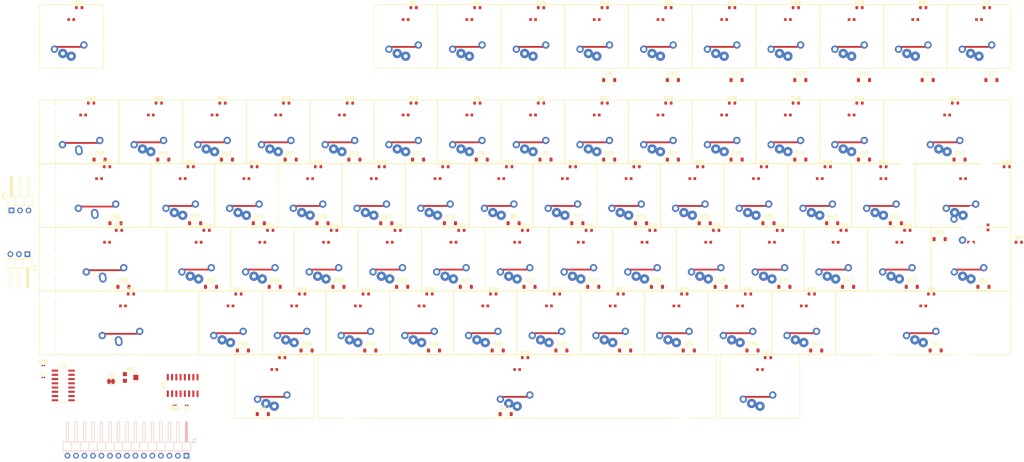
<source format=kicad_pcb>
(kicad_pcb (version 20221018) (generator pcbnew)
  (title_block (title "Decent1200 keyboard") (date "2023-09-19") (rev "1") (company "Decent Consulting"))
  (layers (0 "F.Cu" signal) (31 "B.Cu" signal) (34 "B.Paste" user) (35 "F.Paste" user) (36 "B.SilkS" user "B.Silkscreen") (37 "F.SilkS" user "F.Silkscreen") (38 "B.Mask" user) (39 "F.Mask" user) (44 "Edge.Cuts" user))
  (net 0 "")
  (net 1 "GND")
  (net 2 "VDD")
  (net 3 "ROW_1")
  (net 4 "Net-(D2-A)")
  (net 5 "ROW_5")
  (net 6 "Net-(D3-A)")
  (net 7 "ROW_8")
  (net 8 "Net-(D4-A)")
  (net 9 "Net-(D5-A)")
  (net 10 "ROW_2")
  (net 11 "Net-(D6-A)")
  (net 12 "ROW_3")
  (net 13 "Net-(D7-A)")
  (net 14 "ROW_4")
  (net 15 "Net-(D8-A)")
  (net 16 "Net-(D9-A)")
  (net 17 "ROW_7")
  (net 18 "Net-(D10-A)")
  (net 19 "Net-(D11-A)")
  (net 20 "Net-(D12-A)")
  (net 21 "ROW_6")
  (net 22 "Net-(D13-A)")
  (net 23 "Net-(D14-A)")
  (net 24 "Net-(D15-A)")
  (net 25 "Net-(D16-A)")
  (net 26 "Net-(D17-A)")
  (net 27 "Net-(D18-A)")
  (net 28 "Net-(D19-A)")
  (net 29 "Net-(D20-A)")
  (net 30 "Net-(D21-A)")
  (net 31 "Net-(D22-A)")
  (net 32 "Net-(D23-A)")
  (net 33 "Net-(D24-A)")
  (net 34 "Net-(D25-A)")
  (net 35 "Net-(D26-A)")
  (net 36 "Net-(D27-A)")
  (net 37 "Net-(D28-A)")
  (net 38 "Net-(D29-A)")
  (net 39 "Net-(D30-A)")
  (net 40 "Net-(D31-A)")
  (net 41 "Net-(D32-K)")
  (net 42 "Net-(D32-A)")
  (net 43 "Net-(D33-A)")
  (net 44 "Net-(D34-A)")
  (net 45 "Net-(D35-A)")
  (net 46 "Net-(D36-A)")
  (net 47 "Net-(D37-A)")
  (net 48 "Net-(D38-A)")
  (net 49 "Net-(D39-A)")
  (net 50 "Net-(D40-A)")
  (net 51 "Net-(D41-A)")
  (net 52 "Net-(D42-A)")
  (net 53 "Net-(D43-A)")
  (net 54 "Net-(D44-A)")
  (net 55 "Net-(D45-A)")
  (net 56 "Net-(D46-A)")
  (net 57 "Net-(D47-A)")
  (net 58 "Net-(D48-A)")
  (net 59 "Net-(D49-A)")
  (net 60 "Net-(D50-A)")
  (net 61 "Net-(D51-A)")
  (net 62 "Net-(D52-A)")
  (net 63 "Net-(D53-A)")
  (net 64 "Net-(D54-A)")
  (net 65 "Net-(D56-A)")
  (net 66 "Net-(D57-A)")
  (net 67 "Net-(D58-A)")
  (net 68 "Net-(D59-A)")
  (net 69 "Net-(D61-A)")
  (net 70 "Net-(D62-A)")
  (net 71 "Net-(D63-A)")
  (net 72 "COL_1")
  (net 74 "Net-(J1-Pin_3)")
  (net 75 "Net-(J1-Pin_4)")
  (net 76 "Net-(J1-Pin_5)")
  (net 77 "Net-(J1-Pin_6)")
  (net 78 "Net-(J1-Pin_7)")
  (net 79 "Net-(J1-Pin_8)")
  (net 80 "Net-(J1-Pin_9)")
  (net 81 "RESET")
  (net 82 "START")
  (net 83 "SELECT")
  (net 84 "OPTION")
  (net 85 "COL_8")
  (net 86 "Net-(JP1-C)")
  (net 87 "COL_9")
  (net 88 "LED_GND")
  (net 89 "Net-(R1-Pad1)")
  (net 90 "Net-(R3-Pad1)")
  (net 91 "Net-(R4-Pad1)")
  (net 92 "Net-(R5-Pad1)")
  (net 93 "Net-(R6-Pad1)")
  (net 94 "Net-(R7-Pad1)")
  (net 95 "Net-(R8-Pad1)")
  (net 96 "Net-(R9-Pad1)")
  (net 97 "Net-(R10-Pad1)")
  (net 98 "Net-(R11-Pad1)")
  (net 99 "Net-(R12-Pad1)")
  (net 100 "Net-(R13-Pad1)")
  (net 101 "Net-(R14-Pad1)")
  (net 102 "Net-(R15-Pad1)")
  (net 103 "Net-(R16-Pad1)")
  (net 104 "Net-(R17-Pad1)")
  (net 105 "Net-(R18-Pad1)")
  (net 106 "Net-(R19-Pad1)")
  (net 107 "Net-(R20-Pad1)")
  (net 108 "Net-(R21-Pad1)")
  (net 109 "Net-(R22-Pad1)")
  (net 110 "Net-(R23-Pad1)")
  (net 111 "Net-(R24-Pad1)")
  (net 112 "Net-(R25-Pad1)")
  (net 113 "Net-(R26-Pad1)")
  (net 114 "Net-(R27-Pad1)")
  (net 115 "Net-(R28-Pad1)")
  (net 116 "Net-(R29-Pad1)")
  (net 117 "Net-(R30-Pad1)")
  (net 118 "Net-(R31-Pad1)")
  (net 119 "Net-(R32-Pad1)")
  (net 120 "Net-(R33-Pad1)")
  (net 121 "Net-(R34-Pad1)")
  (net 122 "Net-(R35-Pad1)")
  (net 123 "Net-(R36-Pad1)")
  (net 124 "Net-(R37-Pad1)")
  (net 125 "Net-(R38-Pad1)")
  (net 126 "Net-(R39-Pad1)")
  (net 127 "Net-(R40-Pad1)")
  (net 128 "Net-(R41-Pad1)")
  (net 129 "Net-(R42-Pad1)")
  (net 130 "Net-(R43-Pad1)")
  (net 131 "Net-(R44-Pad1)")
  (net 132 "Net-(R45-Pad1)")
  (net 133 "Net-(R46-Pad1)")
  (net 134 "Net-(R47-Pad1)")
  (net 135 "Net-(R48-Pad1)")
  (net 136 "Net-(R49-Pad1)")
  (net 137 "Net-(R50-Pad1)")
  (net 138 "Net-(R51-Pad1)")
  (net 139 "Net-(R52-Pad1)")
  (net 140 "Net-(R53-Pad1)")
  (net 141 "Net-(R54-Pad1)")
  (net 142 "Net-(R55-Pad1)")
  (net 143 "Net-(R56-Pad1)")
  (net 144 "Net-(R57-Pad1)")
  (net 145 "Net-(R58-Pad1)")
  (net 146 "Net-(R59-Pad1)")
  (net 147 "Net-(R60-Pad1)")
  (net 148 "Net-(R61-Pad1)")
  (net 149 "Net-(R62-Pad1)")
  (net 150 "Net-(R63-Pad1)")
  (net 151 "Net-(R64-Pad1)")
  (net 152 "Net-(R65-Pad1)")
  (net 153 "Net-(R66-Pad1)")
  (net 154 "Net-(R67-Pad1)")
  (net 155 "Net-(R68-Pad1)")
  (net 156 "VCC_LED")
  (net 158 "COL_6")
  (net 159 "COL_7")
  (net 160 "COL_5")
  (net 161 "COL_4")
  (net 162 "COL_2")
  (net 163 "COL_3")
  (net 164 "Net-(D55-A)")
  (net 165 "Net-(D60-A)")
  (net 166 "Net-(R2-Pad1)")
  (footprint "Library:MX-1-00U-LED" (layer "F.Cu") (at 192.88125 95.25)
    (fp_text reference "SWH1")
    (fp_text value "H")
  )
  (footprint "Diode_SMD:D_SOD-123" (layer "F.Cu") (at 268.0375 89.55)
    (fp_text reference "D35")
    (fp_text value "1N4148W")
  )
  (footprint "Diode_SMD:D_SOD-123" (layer "F.Cu") (at 144.2125 70.5)
    (fp_text reference "D25")
    (fp_text value "1N4148W")
  )
  (footprint "Resistor_SMD:R_0603_1608Metric" (layer "F.Cu") (at 238.125 25.003125)
    (fp_text reference "R66")
    (fp_text value "R")
  )
  (footprint "Library:MX-1-00U-LED" (layer "F.Cu") (at 273.84375 28.575)
    (fp_text reference "SWFn4")
    (fp_text value "F4")
  )
  (footprint "Library:MX-1-00U-LED" (layer "F.Cu") (at 216.69375 28.575)
    (fp_text reference "SWFn1")
    (fp_text value "F1")
  )
  (footprint "Diode_SMD:D_SOD-123" (layer "F.Cu") (at 172.7875 89.55)
    (fp_text reference "D19")
    (fp_text value "1N4148W")
  )
  (footprint "Diode_SMD:D_SOD-123" (layer "F.Cu") (at 120.4 108.6)
    (fp_text reference "D46")
    (fp_text value "1N4148W")
  )
  (footprint "Resistor_SMD:R_0603_1608Metric" (layer "F.Cu") (at 271.4625 91.678125)
    (fp_text reference "R42")
    (fp_text value "R")
  )
  (footprint "Resistor_SMD:R_0603_1608Metric" (layer "F.Cu") (at 104.775 53.578125)
    (fp_text reference "R47")
    (fp_text value "R")
  )
  (footprint "Diode_SMD:D_SOD-123" (layer "F.Cu") (at 315.6625 46.6875)
    (fp_text reference "D55")
    (fp_text value "1N4148W")
  )
  (footprint "Library:MX-1-00U-LED" (layer "F.Cu") (at 121.44375 57.15)
    (fp_text reference "SW3")
    (fp_text value "3")
  )
  (footprint "Diode_SMD:D_SOD-123" (layer "F.Cu") (at 244.225 127.65)
    (fp_text reference "D30")
    (fp_text value "1N4148W")
  )
  (footprint "Diode_SMD:D_SOD-123" (layer "F.Cu") (at 75.15625 108.6)
    (fp_text reference "D32")
    (fp_text value "1N4148W")
  )
  (footprint "Library:MX-1-00U-LED" (layer "F.Cu") (at 269.08125 95.25)
    (fp_text reference "SWSemi1")
    (fp_text value "Semicolon")
  )
  (footprint "Library:MX-2-00U-LED" (layer "F.Cu") (at 321.46875 57.15)
    (fp_text reference "SWDel2")
    (fp_text value "Delete")
  )
  (footprint "Resistor_SMD:R_0603_1608Metric" (layer "F.Cu") (at 261.9375 110.728125)
    (fp_text reference "R44")
    (fp_text value "R")
  )
  (footprint "Resistor_SMD:R_0603_1608Metric" (layer "F.Cu") (at 295.275 53.578125)
    (fp_text reference "R54")
    (fp_text value "R")
  )
  (footprint "Resistor_SMD:R_0603_1608Metric" (layer "F.Cu") (at 152.4 72.628125)
    (fp_text reference "R32")
    (fp_text value "R")
  )
  (footprint "Resistor_SMD:R_0603_1608Metric" (layer "F.Cu") (at 161.925 53.578125)
    (fp_text reference "R22")
    (fp_text value "R")
  )
  (footprint "Library:MX-1-25U-LED" (layer "F.Cu") (at 265.509375 133.35)
    (fp_text reference "SWCtl2")
    (fp_text value "Control")
  )
  (footprint "Resistor_SMD:R_0603_1608Metric" (layer "F.Cu") (at 316.70625 110.728125)
    (fp_text reference "R6")
    (fp_text value "R")
  )
  (footprint "Diode_SMD:D_SOD-123" (layer "F.Cu") (at 325.1875 70.5)
    (fp_text reference "D57")
    (fp_text value "1N4148W")
  )
  (footprint "Library:MX-1-25U-LED" (layer "F.Cu") (at 328.6125 95.25)
    (fp_text reference "SWCps1")
    (fp_text value "Caps")
  )
  (footprint "Diode_SMD:D_SOD-123" (layer "F.Cu") (at 206.125 127.65)
    (fp_text reference "D10")
    (fp_text value "1N4148W")
  )
  (footprint "Diode_SMD:D_SOD-123" (layer "F.Cu") (at 189.45625 146.7)
    (fp_text reference "D14")
    (fp_text value "1N4148W")
  )
  (footprint "Library:MX-1-00U-LED" (layer "F.Cu") (at 259.55625 114.3)
    (fp_text reference "SWPeriod1")
    (fp_text value "Period")
  )
  (footprint "Resistor_SMD:R_0603_1608Metric" (layer "F.Cu") (at 161.925 25.003125)
    (fp_text reference "R1")
    (fp_text value "R")
  )
  (footprint "Resistor_SMD:R_0603_1608Metric" (layer "F.Cu") (at 238.125 53.578125)
    (fp_text reference "R29")
    (fp_text value "R")
  )
  (footprint "Diode_SMD:D_SOD-123" (layer "F.Cu") (at 318.04375 127.65)
    (fp_text reference "D4")
    (fp_text value "1N4148W")
  )
  (footprint "Library:MX-1-00U-LED" (layer "F.Cu") (at 283.36875 76.2)
    (fp_text reference "SWDash1")
    (fp_text value "Dash")
  )
  (footprint "Diode_SMD:D_SOD-123" (layer "F.Cu") (at 282.325 127.65)
    (fp_text reference "D47")
    (fp_text value "1N4148W")
  )
  (footprint "Resistor_SMD:R_0201_0603Metric" (layer "F.Cu") (at 51.196875 132.159375)
    (fp_text reference "R70")
    (fp_text value "4k7")
  )
  (footprint "Library:MX-1-00U-LED" (layer "F.Cu") (at 145.25625 114.3)
    (fp_text reference "SWC1")
    (fp_text value "C")
  )
  (footprint "Diode_SMD:D_SOD-123" (layer "F.Cu") (at 332.33125 108.6)
    (fp_text reference "D62")
    (fp_text value "1N4148W")
  )
  (footprint "Library:MX-ISO-RETURN-LED" (layer "F.Cu") (at 333.693 90.8055)
    (fp_text reference "SWRet1")
    (fp_text value "Return")
  )
  (footprint "Library:MX-1-00U-LED" (layer "F.Cu") (at 126.20625 114.3)
    (fp_text reference "SWX1")
    (fp_text value "X")
  )
  (footprint "Resistor_SMD:R_0603_1608Metric" (layer "F.Cu") (at 295.275 25.003125)
    (fp_text reference "R19")
    (fp_text value "R")
  )
  (footprint "Diode_SMD:D_SOD-123" (layer "F.Cu") (at 110.875 127.65)
    (fp_text reference "D56")
    (fp_text value "1N4148W")
  )
  (footprint "Diode_SMD:D_SOD-123" (layer "F.Cu") (at 116.828125 146.7)
    (fp_text reference "D3")
    (fp_text value "1N4148W")
  )
  (footprint "Resistor_SMD:R_0603_1608Metric" (layer "F.Cu") (at 257.175 53.578125)
    (fp_text reference "R38")
    (fp_text value "R")
  )
  (footprint "Diode_SMD:D_SOD-123" (layer "F.Cu") (at 263.275 127.65)
    (fp_text reference "D39")
    (fp_text value "1N4148W")
  )
  (footprint "Resistor_SMD:R_0603_1608Metric" (layer "F.Cu") (at 109.5375 110.728125)
    (fp_text reference "R61")
    (fp_text value "R")
  )
  (footprint "Resistor_SMD:R_0201_0603Metric" (layer "F.Cu") (at 90.4875 144.065625 180)
    (fp_text reference "R69")
    (fp_text value "4k7")
  )
  (footprint "Diode_SMD:D_SOD-123" (layer "F.Cu") (at 139.45 108.6)
    (fp_text reference "D38")
    (fp_text value "1N4148W")
  )
  (footprint "Resistor_SMD:R_0603_1608Metric" (layer "F.Cu") (at 85.725 53.578125)
    (fp_text reference "R55")
    (fp_text value "R")
  )
  (footprint "Library:MX-1-00U-LED" (layer "F.Cu") (at 130.96875 76.2)
    (fp_text reference "SWE1")
    (fp_text value "E")
  )
  (footprint "Resistor_SMD:R_0603_1608Metric" (layer "F.Cu") (at 333.375 25.003125)
    (fp_text reference "R3")
    (fp_text value "R")
  )
  (footprint "Resistor_SMD:R_0603_1608Metric" (layer "F.Cu") (at 119.0625 91.678125)
    (fp_text reference "R51")
    (fp_text value "R")
  )
  (footprint "Resistor_SMD:R_0603_1608Metric" (layer "F.Cu") (at 219.075 25.003125)
    (fp_text reference "R12")
    (fp_text value "R")
  )
  (footprint "Library:MX-1-00U-LED" (layer "F.Cu") (at 254.79375 28.575)
    (fp_text reference "SWFn3")
    (fp_text value "F3")
  )
  (footprint "Diode_SMD:D_SOD-123" (layer "F.Cu") (at 296.6125 70.5)
    (fp_text reference "D49")
    (fp_text value "1N4148W")
  )
  (footprint "Diode_SMD:D_SOD-123" (layer "F.Cu") (at 182.3125 70.5)
    (fp_text reference "D6")
    (fp_text value "1N4148W")
  )
  (footprint "Diode_SMD:D_SOD-123" (layer "F.Cu") (at 234.7 108.6)
    (fp_text reference "D20")
    (fp_text value "1N4148W")
  )
  (footprint "Diode_SMD:D_SOD-123" (layer "F.Cu") (at 239.4625 46.6875)
    (fp_text reference "D61")
    (fp_text value "1N4148W")
  )
  (footprint "Resistor_SMD:R_0603_1608Metric" (layer "F.Cu") (at 339.328125 72.628125)
    (fp_text reference "R64")
    (fp_text value "R")
  )
  (footprint "Resistor_SMD:R_0603_1608Metric" (layer "F.Cu") (at 200.025 53.578125)
    (fp_text reference "R8")
    (fp_text value "R")
  )
  (footprint "Diode_SMD:D_SOD-123" (layer "F.Cu") (at 239.4625 70.5)
    (fp_text reference "D24")
    (fp_text value "1N4148W")
  )
  (footprint "Diode_SMD:D_SOD-123" (layer "F.Cu") (at 272.8 108.6)
    (fp_text reference "D37")
    (fp_text value "1N4148W")
  )
  (footprint "Diode_SMD:D_SOD-123" (layer "F.Cu") (at 125.1625 70.5)
    (fp_text reference "D34")
    (fp_text value "1N4148W")
  )
  (footprint "Resistor_SMD:R_0603_1608Metric" (layer "F.Cu") (at 228.6 72.628125)
    (fp_text reference "R23")
    (fp_text value "R")
  )
  (footprint "Library:MX-1-00U-LED" (layer "F.Cu") (at 288.13125 95.25)
    (fp_text reference "SWPlus1")
    (fp_text value "Plus")
  )
  (footprint "Resistor_SMD:R_0603_1608Metric" (layer "F.Cu") (at 266.7 72.628125)
    (fp_text reference "R40")
    (fp_text value "R")
  )
  (footprint "Resistor_SMD:R_0603_1608Metric" (layer "F.Cu") (at 65.484375 53.578125)
    (fp_text reference "R63")
    (fp_text value "R")
  )
  (footprint "Library:MX-1-00U-LED" (layer "F.Cu") (at 197.64375 28.575)
    (fp_text reference "SWOption1")
    (fp_text value "Option")
  )
  (footprint "Diode_SMD:D_SOD-123" (layer "F.Cu") (at 163.2625 70.5)
    (fp_text reference "D17")
    (fp_text value "1N4148W")
  )
  (footprint "Library:MX-1-50_1-75U-LED" (layer "F.Cu") (at 67.865625 76.2)
    (fp_text reference "SWTab1")
    (fp_text value "Tab")
  )
  (footprint "Library:MX-1-00U-LED" (layer "F.Cu") (at 92.86875 76.2)
    (fp_text reference "SWQ1")
    (fp_text value "Q")
  )
  (footprint "Diode_SMD:D_SOD-123" (layer "F.Cu") (at 201.3625 70.5)
    (fp_text reference "D5")
    (fp_text value "1N4148W")
  )
  (footprint "Resistor_SMD:R_0603_1608Metric" (layer "F.Cu") (at 276.225 53.578125)
    (fp_text reference "R46")
    (fp_text value "R")
  )
  (footprint "Library:MX-2-25_2-50U-LED" (layer "F.Cu") (at 75.009375 114.3)
    (fp_text reference "SWLeftSft1")
    (fp_text value "Shift")
  )
  (footprint "Library:MX-1-00U-LED" (layer "F.Cu") (at 169.06875 76.2)
    (fp_text reference "SWT1")
    (fp_text value "T")
  )
  (footprint "Library:MX-1-00_1-25U-LED" (layer "F.Cu") (at 63.103125 57.15)
    (fp_text reference "SWEsc1")
    (fp_text value "Esc")
  )
  (footprint "Resistor_SMD:R_0603_1608Metric" (layer "F.Cu") (at 214.3125 91.678125)
    (fp_text reference "R16")
    (fp_text value "R")
  )
  (footprint "Resistor_SMD:R_0603_1608Metric" (layer "F.Cu") (at 242.8875 110.728125)
    (fp_text reference "R35")
    (fp_text value "R")
  )
  (footprint "Resistor_SMD:R_0603_1608Metric" (layer "F.Cu") (at 133.35 72.628125)
    (fp_text reference "R41")
    (fp_text value "R")
  )
  (footprint "Resistor_SMD:R_0603_1608Metric" (layer "F.Cu") (at 342.9 95.25)
    (fp_text reference "R67")
    (fp_text value "R")
  )
  (footprint "Diode_SMD:D_SOD-123" (layer "F.Cu") (at 229.9375 89.55)
    (fp_text reference "D18")
    (fp_text value "1N4148W")
  )
  (footprint "Library:MX-1-00U-LED" (layer "F.Cu") (at 111.91875 76.2)
    (fp_text reference "SWW1")
    (fp_text value "W")
  )
  (footprint "Package_SO:SOIC-16_3.9x9.9mm_P1.27mm" (layer "F.Cu") (at 92.86875 138.1125 90)
    (fp_text reference "U2")
    (fp_text value "4051")
  )
  (footprint "Library:MX-1-00U-LED" (layer "F.Cu") (at 135.73125 95.25)
    (fp_text reference "SWD1")
    (fp_text value "D")
  )
  (footprint "Resistor_SMD:R_0603_1608Metric" (layer "F.Cu") (at 123.825 53.578125)
    (fp_text reference "R39")
    (fp_text value "R")
  )
  (footprint "Resistor_SMD:R_0603_1608Metric" (layer "F.Cu") (at 61.9125 25.003125)
    (fp_text reference "R20")
    (fp_text value "R")
  )
  (footprint "Capacitor_SMD:C_0201_0603Metric" (layer "F.Cu") (at 94.059375 144.065625 180)
    (fp_text reference "C2")
    (fp_text value "100nF")
  )
  (footprint "Library:MX-1-00U-LED" (layer "F.Cu") (at 221.45625 114.3)
    (fp_text reference "SWM1")
    (fp_text value "M")
  )
  (footprint "Resistor_SMD:R_0603_1608Metric" (layer "F.Cu") (at 247.65 72.628125)
    (fp_text reference "R31")
    (fp_text value "R")
  )
  (footprint "Library:MX-1-00U-LED" (layer "F.Cu") (at 83.34375 57.15)
    (fp_text reference "SW1")
    (fp_text value "1")
  )
  (footprint "Resistor_SMD:R_0603_1608Metric" (layer "F.Cu") (at 114.3 72.628125)
    (fp_text reference "R49")
    (fp_text value "R")
  )
  (footprint "Library:MX-1-00U-LED" (layer "F.Cu") (at 254.79375 57.15)
    (fp_text reference "SW0")
    (fp_text value "0")
  )
  (footprint "Diode_SMD:D_SOD-123" (layer "F.Cu") (at 258.5125 46.6875)
    (fp_text reference "D11")
    (fp_text value "1N4148W")
  )
  (footprint "Library:MX-1-00U-LED" (layer "F.Cu") (at 207.16875 76.2)
    (fp_text reference "SWU1")
    (fp_text value "U")
  )
  (footprint "Diode_SMD:D_SOD-123" (layer "F.Cu") (at 287.0875 89.55)
    (fp_text reference "D43")
    (fp_text value "1N4148W")
  )
  (footprint "Library:MX-1-00U-LED" (layer "F.Cu") (at 97.63125 95.25)
    (fp_text reference "SWA1")
    (fp_text value "A")
  )
  (footprint "Diode_SMD:D_SOD-123" (layer "F.Cu") (at 334.7125 46.6875)
    (fp_text reference "D2")
    (fp_text value "1N4148W")
  )
  (footprint "Library:MX-1-00U-LED" (layer "F.Cu") (at 140.49375 57.15)
    (fp_text reference "SW4")
    (fp_text value "4")
  )
  (footprint "Library:MX-1-00U-LED" (layer "F.Cu") (at 173.83125 95.25)
    (fp_text reference "SWG1")
    (fp_text value "G")
  )
  (footprint "Diode_SMD:D_SOD-123" (layer "F.Cu") (at 96.5875 89.55)
    (fp_text reference "D52")
    (fp_text value "1N4148W")
  )
  (footprint "Library:MX-1-00U-LED" (layer "F.Cu") (at 178.59375 57.15)
    (fp_text reference "SW6")
    (fp_text value "6")
  )
  (footprint "Diode_SMD:D_SOD-123" (layer "F.Cu") (at 158.5 108.6)
    (fp_text reference "D29")
    (fp_text value "1N4148W")
  )
  (footprint "Resistor_SMD:R_0603_1608Metric" (layer "F.Cu") (at 309.5625 91.678125)
    (fp_text reference "R58")
    (fp_text value "R")
  )
  (footprint "Diode_SMD:D_SOD-123" (layer "F.Cu") (at 310.9 108.6)
    (fp_text reference "D53")
    (fp_text value "1N4148W")
  )
  (footprint "Library:MX-1-00U-LED" (layer "F.Cu") (at 264.31875 76.2)
    (fp_text reference "SWP1")
    (fp_text value "P")
  )
  (footprint "Resistor_SMD:R_0603_1608Metric" (layer "F.Cu") (at 171.45 72.628125)
    (fp_text reference "R24")
    (fp_text value "R")
  )
  (footprint "Diode_SMD:D_SOD-123" (layer "F.Cu") (at 210.8875 89.55)
    (fp_text reference "D7")
    (fp_text value "1N4148W")
  )
  (footprint "Resistor_SMD:R_0603_1608Metric" (layer "F.Cu") (at 204.7875 110.728125)
    (fp_text reference "R13")
    (fp_text value "R")
  )
  (footprint "Resistor_SMD:R_0603_1608Metric" (layer "F.Cu") (at 323.85 53.578125)
    (fp_text reference "R62")
    (fp_text value "R")
  )
  (footprint "Resistor_SMD:R_0603_1608Metric" (layer "F.Cu") (at 290.5125 91.678125)
    (fp_text reference "R50")
    (fp_text value "R")
  )
  (footprint "Library:MX-1-00U-LED" (layer "F.Cu") (at 240.50625 114.3)
    (fp_text reference "SWComma1")
    (fp_text value "Comma")
  )
  (footprint "Library:MX-1-00U-LED" (layer "F.Cu") (at 188.11875 76.2)
    (fp_text reference "SWY1")
    (fp_text value "Y")
  )
  (footprint "Library:MX-1-00U-LED" (layer "F.Cu") (at 154.78125 95.25)
    (fp_text reference "SWF1")
    (fp_text value "F")
  )
  (footprint "Diode_SMD:D_SOD-123" (layer "F.Cu") (at 220.4125 46.6875)
    (fp_text reference "D9")
    (fp_text value "1N4148W")
  )
  (footprint "Resistor_SMD:R_0603_1608Metric" (layer "F.Cu") (at 77.390625 110.728125)
    (fp_text reference "R5")
    (fp_text value "R")
  )
  (footprint "Library:MX-1-00U-LED" (layer "F.Cu") (at 311.94375 28.575)
    (fp_text reference "SWInv1")
    (fp_text value "Inverse")
  )
  (footprint "Resistor_SMD:R_0603_1608Metric" (layer "F.Cu") (at 190.5 72.628125)
    (fp_text reference "R11")
    (fp_text value "R")
  )
  (footprint "Library:MX-1-00U-LED" (layer "F.Cu") (at 150.01875 76.2)
    (fp_text reference "SWR1")
    (fp_text value "R")
  )
  (footprint "Diode_SMD:D_SOD-123" (layer "F.Cu") (at 253.75 108.6)
    (fp_text reference "D28")
    (fp_text value "1N4148W")
  )
  (footprint "Library:MX-1-00U-LED" (layer "F.Cu") (at 164.30625 114.3)
    (fp_text reference "SWV1")
    (fp_text value "V")
  )
  (footprint "Library:MX-1-00U-LED" (layer "F.Cu") (at 250.03125 95.25)
    (fp_text reference "SWL1")
    (fp_text value "L")
  )
  (footprint "Library:MX-1-00U-LED" (layer "F.Cu") (at 216.69375 57.15)
    (fp_text reference "SW8")
    (fp_text value "8")
  )
  (footprint "Diode_SMD:D_SOD-123" (layer "F.Cu") (at 134.6875 89.55)
    (fp_text reference "D36")
    (fp_text value "1N4148W")
  )
  (footprint "Diode_SMD:D_SOD-123" (layer "F.Cu") (at 296.6125 46.6875)
    (fp_text reference "D15")
    (fp_text value "1N4148W")
  )
  (footprint "Library:MX-1-00U-LED" (layer "F.Cu") (at 226.21875 76.2)
    (fp_text reference "SWI1")
    (fp_text value "I")
  )
  (footprint "Resistor_SMD:R_0603_1608Metric" (layer "F.Cu") (at 285.75 72.628125)
    (fp_text reference "R48")
    (fp_text value "R")
  )
  (footprint "Diode_SMD:D_SOD-123" (layer "F.Cu") (at 87.0625 70.5)
    (fp_text reference "D50")
    (fp_text value "1N4148W")
  )
  (footprint "Library:MX-1-00U-LED" (layer "F.Cu") (at 202.40625 114.3)
    (fp_text reference "SWN1")
    (fp_text value "N")
  )
  (footprint "Jumper:SolderJumper-2_P1.3mm_Bridged_RoundedPad1.0x1.5mm" (layer "F.Cu") (at 71.4375 136.921875)
    (fp_text reference "JP4")
    (fp_text value "SolderJumper_2_Bridged")
  )
  (footprint "Capacitor_SMD:C_0201_0603Metric" (layer "F.Cu") (at 51.196875 135.73125)
    (fp_text reference "C1")
    (fp_text value "100nF")
  )
  (footprint "Library:MX-1-00U-LED" (layer "F.Cu") (at 102.39375 57.15)
    (fp_text reference "SW2")
    (fp_text value "2")
  )
  (footprint "Resistor_SMD:R_0603_1608Metric" (layer "F.Cu") (at 195.2625 91.678125)
    (fp_text reference "R17")
    (fp_text value "R")
  )
  (footprint "Resistor_SMD:R_0603_1608Metric" (layer "F.Cu") (at 233.3625 91.678125)
    (fp_text reference "R25")
    (fp_text value "R")
  )
  (footprint "Resistor_SMD:R_0603_1608Metric" (layer "F.Cu") (at 100.0125 91.678125)
    (fp_text reference "R59")
    (fp_text value "R")
  )
  (footprint "Resistor_SMD:R_0603_1608Metric" (layer "F.Cu") (at 157.1625 91.678125)
    (fp_text reference "R34")
    (fp_text value "R")
  )
  (footprint "Resistor_SMD:R_0603_1608Metric" (layer "F.Cu") (at 219.075 53.578125)
    (fp_text reference "R21")
    (fp_text value "R")
  )
  (footprint "Diode_SMD:D_SOD-123" (layer "F.Cu") (at 306.1375 89.55)
    (fp_text reference "D51")
    (fp_text value "1N4148W")
  )
  (footprint "Resistor_SMD:R_0603_1608Metric" (layer "F.Cu") (at 200.025 25.003125)
    (fp_text reference "R15")
    (fp_text value "R")
  )
  (footprint "Diode_SMD:D_SOD-123" (layer "F.Cu") (at 177.55 108.6)
    (fp_text reference "D21")
    (fp_text value "1N4148W")
  )
  (footprint "Diode_SMD:D_SOD-123" (layer "F.Cu") (at 215.65 108.6)
    (fp_text reference "D12")
    (fp_text value "1N4148W")
  )
  (footprint "Resistor_SMD:R_0603_1608Metric" (layer "F.Cu") (at 95.25 72.628125)
    (fp_text reference "R57")
    (fp_text value "R")
  )
  (footprint "Library:MX-1-50U-LED" (layer "F.Cu") (at 326.23125 76.2)
    (fp_text reference "SWRet2")
    (fp_text value "Return")
  )
  (footprint "Library:MX-6-25U-LED" (layer "F.Cu") (at 192.88125 133.35)
    (fp_text reference "SWSpc1")
    (fp_text value "Space")
  )
  (footprint "Resistor_SMD:R_0603_1608Metric" (layer "F.Cu") (at 252.4125 91.678125)
    (fp_text reference "R33")
    (fp_text value "R")
  )
  (footprint "Resistor_SMD:R_0603_1608Metric" (layer "F.Cu") (at 209.55 72.628125)
    (fp_text reference "R10")
    (fp_text value "R")
  )
  (footprint "Resistor_SMD:R_0603_1608Metric" (layer "F.Cu") (at 185.7375 110.728125)
    (fp_text reference "R28")
    (fp_text value "R")
  )
  (footprint "Resistor_SMD:R_0603_1608Metric" (layer "F.Cu") (at 122.634375 129.778125)
    (fp_text reference "R4")
    (fp_text value "R")
  )
  (footprint "Resistor_SMD:R_0603_1608Metric" (layer "F.Cu") (at 223.8375 110.728125)
    (fp_text reference "R27")
    (fp_text value "R")
  )
  (footprint "Resistor_SMD:R_0603_1608Metric" (layer "F.Cu") (at 302.41875 72.628125)
    (fp_text reference "R56")
    (fp_text value "R")
  )
  (footprint "Resistor_SMD:R_0603_1608Metric" (layer "F.Cu") (at 138.1125 91.678125)
    (fp_text reference "R43")
    (fp_text value "R")
  )
  (footprint "Library:MX-1-00U-LED" (layer "F.Cu") (at 211.93125 95.25)
    (fp_text reference "SWJ1")
    (fp_text value "J")
  )
  (footprint "Library:MX-1-00U-LED" (layer "F.Cu") (at 278.60625 114.3)
    (fp_text reference "SWSlash1")
    (fp_text value "Slash")
  )
  (footprint "Connector_PinHeader_2.54mm:PinHeader_1x03_P2.54mm_Horizontal" (layer "F.Cu") (at 46.434375 98.821875 -90)
    (fp_text reference "JP2")
    (fp_text value "Jumper_3_Bridged12")
  )
  (footprint "Resistor_SMD:R_0603_1608Metric" (layer "F.Cu") (at 128.5875 110.728125)
    (fp_text reference "R53")
    (fp_text value "R")
  )
  (footprint "Library:MX-1-00U-LED" (layer "F.Cu") (at 235.74375 57.15)
    (fp_text reference "SW9")
    (fp_text value "9")
  )
  (footprint "Library:MX-1-00U-LED" (layer "F.Cu") (at 178.59375 28.575)
    (fp_text reference "SWSelect1")
    (fp_text value "Select")
  )
  (footprint "Resistor_SMD:R_0603_1608Metric" (layer "F.Cu") (at 276.225 25.003125)
    (fp_text reference "R68")
    (fp_text value "R")
  )
  (footprint "Diode_SMD:D_SOD-123" (layer "F.Cu") (at 225.175 127.65)
    (fp_text reference "D22")
    (fp_text value "1N4148W")
  )
  (footprint "Library:MX-1-25U-LED" (layer "F.Cu") (at 120.253125 133.35)
    (fp_text reference "SWCtl1")
    (fp_text value "Control")
  )
  (footprint "Resistor_SMD:R_0603_1608Metric" (layer "F.Cu") (at 180.975 53.578125)
    (fp_text reference "R9")
    (fp_text value "R")
  )
  (footprint "Resistor_SMD:R_0603_1608Metric" (layer "F.Cu") (at 195.2625 129.778125)
    (fp_text reference "R18")
    (fp_text value "R")
  )
  (footprint "Resistor_SMD:R_0603_1608Metric" (layer "F.Cu") (at 176.2125 91.678125)
    (fp_text reference "R26")
    (fp_text value "R")
  )
  (footprint "Resistor_SMD:R_0603_1608Metric" (layer "F.Cu") (at 180.975 25.003125)
    (fp_text reference "R7")
    (fp_text value "R")
  )
  (footprint "Library:MX-1-00U-LED" (layer "F.Cu") (at 159.54375 57.15)
    (fp_text reference "SW5")
    (fp_text value "5")
  )
  (footprint "Library:MX-1-00U-LED" (layer "F.Cu") (at 307.18125 95.25)
    (fp_text reference "SWStar1")
    (fp_text value "Star")
  )
  (footprint "Library:MX-1-00U-LED" (layer "F.Cu") (at 197.64375 57.15)
    (fp_text reference "SW7")
    (fp_text value "7")
  )
  (footprint "Library:MX-1-00U-LED" (layer "F.Cu") (at 245.26875 76.2)
    (fp_text reference "SWO1")
    (fp_text value "O")
  )
  (footprint "Diode_SMD:D_SOD-123" (layer "F.Cu") (at 129.925 127.65)
    (fp_text reference "D48")
    (fp_text value "1N4148W")
  )
  (footprint "Resistor_SMD:R_0603_1608Metric" (layer "F.Cu") (at 73.81875 91.678125)
    (fp_text reference "R37")
    (fp_text value "R")
  )
  (footprint "Diode_SMD:D_SOD-123" (layer "F.Cu") (at 101.35 108.6)
    (fp_text reference "D54")
    (fp_text value "1N4148W")
  )
  (footprint "Resistor_SMD:R_0603_1608Metric" (layer "F.Cu") (at 257.175 25.003125)
    (fp_text reference "R14")
    (fp_text value "R")
  )
  (footprint "Diode_SMD:D_SOD-123" (layer "F.Cu") (at 68.0125 70.5)
    (fp_text reference "D58")
    (fp_text value "1N4148W")
  )
  (footprint "Diode_SMD:D_SOD-123" (layer "F.Cu") (at 153.7375 89.55)
    (fp_text reference "D27")
    (fp_text value "1N4148W")
  )
  (footprint "Diode_SMD:D_SOD-123" (layer "F.Cu") (at 187.075 127.65)
    (fp_text reference "D23")
    (fp_text value "1N4148W")
  )
  (footprint "Resistor_SMD:R_0603_1608Metric" (layer "F.Cu") (at 147.6375 110.728125)
    (fp_text reference "R45")
    (fp_text value "R")
  )
  (footprint "Library:MX-1-75_2-00U-LED" (layer "F.Cu") (at 70.246875 95.25)
    (fp_text reference "SWCtlCaps1")
    (fp_text value "ControlCaps")
  )
  (footprint "Library:MX-1-00U-LED" (layer "F.Cu") (at 292.89375 28.575)
    (fp_text reference "SWHlp1")
    (fp_text value "Help")
  )
  (footprint "Library:MX-1-00U-LED" (layer "F.Cu") (at 292.89375 57.15)
    (fp_text reference "SWGT1")
    (fp_text value ">")
  )
  (footprint "Diode_SMD:D_SOD-123" (layer "F.Cu") (at 106.1125 70.5)
    (fp_text reference "D42")
    (fp_text value "1N4148W")
  )
  (footprint "Library:MX-1-00U-LED" (layer "F.Cu") (at 273.84375 57.15)
    (fp_text reference "SWLT1")
    (fp_text value "<")
  )
  (footprint "Resistor_SMD:R_0603_1608Metric" (layer "F.Cu") (at 314.325 25.003125)
    (fp_text reference "R60")
    (fp_text value "R")
  )
  (footprint "Library:MX-2-75U-LED" (layer "F.Cu") (at 314.325 114.3)
    (fp_text reference "SWRightSft1")
    (fp_text value "Shift")
  )
  (footprint "Library:MX-1-00U-LED" (layer "F.Cu") (at 230.98125 95.25)
    (fp_text reference "SWK1")
    (fp_text value "K")
  )
  (footprint "Resistor_SMD:R_0603_1608Metric" (layer "F.Cu") (at 267.890625 129.778125)
    (fp_text reference "R2")
    (fp_text value "R")
  )
  (footprint "Diode_SMD:D_SOD-123" (layer "F.Cu") (at 191.8375 89.55)
    (fp_text reference "D8")
    (fp_text value "1N4148W")
  )
  (footprint "Resistor_SMD:R_0603_1608Metric" (layer "F.Cu") (at 280.9875 110.728125)
    (fp_text reference "R52")
    (fp_text value "R")
  )
  (footprint "Library:MX-1-00U-LED" (layer "F.Cu") (at 330.99375 28.575)
    (fp_text reference "SWBrk1")
    (fp_text value "Break")
  )
  (footprint "Diode_SMD:D_SOD-123" (layer "F.Cu") (at 291.85 108.6)
    (fp_text reference "D45")
    (fp_text value "1N4148W")
  )
  (footprint "Resistor_SMD:R_0603_1608Metric" (layer "F.Cu") (at 166.6875 110.728125)
    (fp_text reference "R36")
    (fp_text value "R")
  )
  (footprint "Connector_PinHeader_2.54mm:PinHeader_1x03_P2.54mm_Horizontal" (layer "F.Cu") (at 41.671875 85.725 90)
    (fp_text reference "JP1")
    (fp_text value "Jumper_3_Bridged12")
  )
  (footprint "Diode_SMD:D_SOD-123" (layer "F.Cu") (at 220.4125 70.5)
    (fp_text reference "D16")
    (fp_text value "1N4148W")
  )
  (footprint "Diode_SMD:D_SOD-123" (layer "F.Cu") (at 258.5125 70.5)
    (fp_text reference "D33")
    (fp_text value "1N4148W")
  )
  (footprint "Resistor_SMD:R_0603_1608Metric" (layer "F.Cu") (at 70.246875 72.628125)
    (fp_text reference "R65")
    (fp_text value "R")
  )
  (footprint "Diode_SMD:D_SOD-123" (layer "F.Cu") (at 319.234375 94.3125)
    (fp_text reference "D59")
    (fp_text value "1N4148W")
  )
  (footprint "Library:MX-1-00U-LED" (layer "F.Cu") (at 159.54375 28.575)
    (fp_text reference "SWStart1")
    (fp_text value "Start")
  )
  (footprint "Diode_SMD:D_SOD-123" (layer "F.Cu") (at 168.025 127.65)
    (fp_text reference "D31")
    (fp_text value "1N4148W")
  )
  (footprint "Diode_SMD:D_SOD-123" (layer "F.Cu") (at 148.975 127.65)
    (fp_text reference "D40")
    (fp_text value "1N4148W")
  )
  (footprint "Library:MX-1-00U-LED" (layer "F.Cu") (at 116.68125 95.25)
    (fp_text reference "SWS1")
    (fp_text value "S")
  )
  (footprint "Resistor_SMD:R_0603_1608Metric" (layer "F.Cu") (at 142.875 53.578125)
    (fp_text reference "R30")
    (fp_text value "R")
  )
  (footprint "Library:MX-1-00U-LED" (layer "F.Cu") (at 107.15625 114.3)
    (fp_text reference "SWZ1")
    (fp_text value "Z")
  )
  (footprint "Package_SO:SOIC-16_3.9x9.9mm_P1.27mm" (layer "F.Cu") (at 57.15 138.1125)
    (fp_text reference "U1")
    (fp_text value "4051")
  )
  (footprint "Library:MX-1-00U-LED" (layer "F.Cu") (at 59.53125 28.575)
    (fp_text reference "SWReset1")
    (fp_text value "Reset")
  )
  (footprint "Diode_SMD:D_SOD-123" (layer "F.Cu") (at 248.9875 89.55)
    (fp_text reference "D26")
    (fp_text value "1N4148W")
  )
  (footprint "Diode_SMD:D_SOD-123" (layer "F.Cu") (at 277.5625 46.6875)
    (fp_text reference "D63")
    (fp_text value "1N4148W")
  )
  (footprint "Diode_SMD:D_SOD-123" (layer "F.Cu") (at 196.6 108.6)
    (fp_text reference "D13")
    (fp_text value "1N4148W")
  )
  (footprint "Diode_SMD:D_SOD-123" (layer "F.Cu") (at 115.6375 89.55)
    (fp_text reference "D44")
    (fp_text value "1N4148W")
  )
  (footprint "Library:MX-1-00U-LED" (layer "F.Cu") (at 183.35625 114.3)
    (fp_text reference "SWB1")
    (fp_text value "B")
  )
  (footprint "Potentiometer_SMD:Potentiometer_Bourns_TC33X_Vertical" (layer "F.Cu") (at 77.390625 135.73125)
    (fp_text reference "RV1")
    (fp_text value "R_Potentiometer")
  )
  (footprint "Diode_SMD:D_SOD-123" (layer "F.Cu") (at 277.5625 70.5)
    (fp_text reference "D41")
    (fp_text value "1N4148W")
  )
  (footprint "Library:MX-1-00U-LED" (layer "F.Cu") (at 235.74375 28.575)
    (fp_text reference "SWFn2")
    (fp_text value "F2")
  )
  (footprint "Library:MX-1-00U-LED" (layer "F.Cu") (at 302.41875 76.2)
    (fp_text reference "SWEqual1")
    (fp_text value "Equal")
  )
  (footprint "Diode_SMD:D_SOD-123" (layer "F.Cu") (at 72.775 89.55)
    (fp_text reference "D60")
    (fp_text value "1N4148W")
  )
  (footprint "Connector_PinHeader_2.54mm:PinHeader_1x15_P2.54mm_Horizontal" (layer "B.Cu") (at 93.975 159.15625 90)
    (fp_text reference "J1")
    (fp_text value "Conn_01x15")
  )
)
</source>
